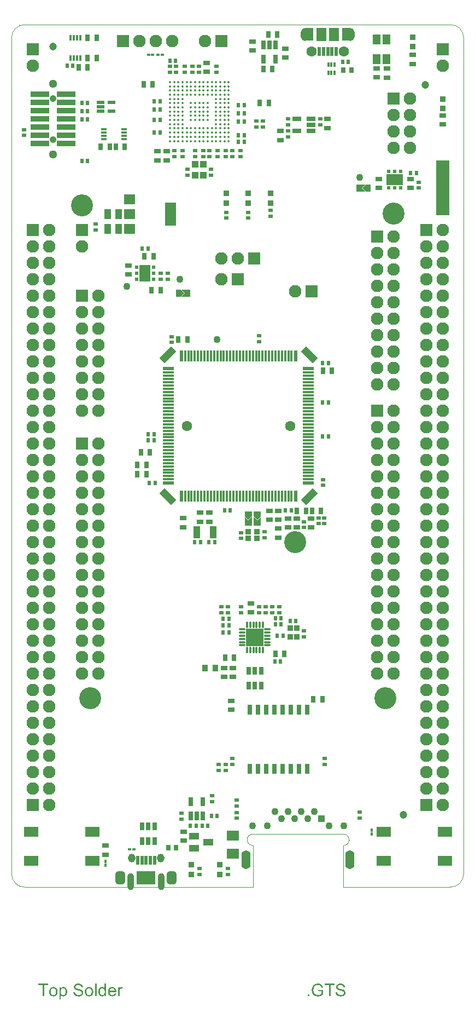
<source format=gts>
G04 Layer_Color=127485*
%FSLAX43Y43*%
%MOMM*%
G71*
G01*
G75*
%ADD83C,0.100*%
%ADD84C,0.100*%
%ADD107R,2.000X8.500*%
%ADD108R,0.740X1.650*%
%ADD109C,1.100*%
%ADD110R,2.260X1.620*%
%ADD111R,1.400X0.700*%
%ADD112R,1.750X1.600*%
%ADD113R,1.750X3.600*%
%ADD114R,0.740X1.100*%
%ADD115R,0.800X0.610*%
%ADD116R,1.100X1.100*%
%ADD117R,1.500X1.100*%
%ADD118R,0.700X1.400*%
%ADD119C,1.200*%
%ADD120R,0.900X0.900*%
%ADD121R,0.900X0.900*%
%ADD122R,0.900X1.050*%
%ADD123R,0.400X0.900*%
G04:AMPARAMS|DCode=124|XSize=0.4mm|YSize=0.95mm|CornerRadius=0.125mm|HoleSize=0mm|Usage=FLASHONLY|Rotation=180.000|XOffset=0mm|YOffset=0mm|HoleType=Round|Shape=RoundedRectangle|*
%AMROUNDEDRECTD124*
21,1,0.400,0.700,0,0,180.0*
21,1,0.150,0.950,0,0,180.0*
1,1,0.250,-0.075,0.350*
1,1,0.250,0.075,0.350*
1,1,0.250,0.075,-0.350*
1,1,0.250,-0.075,-0.350*
%
%ADD124ROUNDEDRECTD124*%
%ADD125R,2.700X2.700*%
G04:AMPARAMS|DCode=126|XSize=0.4mm|YSize=0.95mm|CornerRadius=0.125mm|HoleSize=0mm|Usage=FLASHONLY|Rotation=270.000|XOffset=0mm|YOffset=0mm|HoleType=Round|Shape=RoundedRectangle|*
%AMROUNDEDRECTD126*
21,1,0.400,0.700,0,0,270.0*
21,1,0.150,0.950,0,0,270.0*
1,1,0.250,-0.350,-0.075*
1,1,0.250,-0.350,0.075*
1,1,0.250,0.350,0.075*
1,1,0.250,0.350,-0.075*
%
%ADD126ROUNDEDRECTD126*%
%ADD127C,0.350*%
G04:AMPARAMS|DCode=128|XSize=1.1mm|YSize=2.6mm|CornerRadius=0mm|HoleSize=0mm|Usage=FLASHONLY|Rotation=315.000|XOffset=0mm|YOffset=0mm|HoleType=Round|Shape=Rectangle|*
%AMROTATEDRECTD128*
4,1,4,-1.308,-0.530,0.530,1.308,1.308,0.530,-0.530,-1.308,-1.308,-0.530,0.0*
%
%ADD128ROTATEDRECTD128*%

G04:AMPARAMS|DCode=129|XSize=1.1mm|YSize=2.6mm|CornerRadius=0mm|HoleSize=0mm|Usage=FLASHONLY|Rotation=225.000|XOffset=0mm|YOffset=0mm|HoleType=Round|Shape=Rectangle|*
%AMROTATEDRECTD129*
4,1,4,-0.530,1.308,1.308,-0.530,0.530,-1.308,-1.308,0.530,-0.530,1.308,0.0*
%
%ADD129ROTATEDRECTD129*%

%ADD130R,0.400X1.750*%
%ADD131R,0.600X1.750*%
%ADD132R,1.750X0.600*%
%ADD133R,1.750X0.400*%
%ADD134R,1.800X2.600*%
%ADD135R,0.600X0.550*%
%ADD136R,0.525X0.430*%
%ADD137R,0.700X1.300*%
%ADD138R,0.350X0.700*%
%ADD139R,0.650X0.900*%
%ADD140R,1.100X1.900*%
%ADD141R,0.950X0.850*%
%ADD142R,1.600X2.000*%
%ADD143R,0.500X1.450*%
%ADD144R,0.500X1.450*%
%ADD145R,3.000X2.000*%
%ADD146R,2.890X0.840*%
%ADD147R,1.880X1.500*%
%ADD148R,1.000X1.500*%
%ADD149R,0.740X0.990*%
%ADD150R,0.660X0.610*%
%ADD151R,0.990X0.740*%
%ADD152R,0.610X0.660*%
%ADD153R,0.610X0.800*%
%ADD154R,1.100X0.740*%
%ADD155R,2.600X1.800*%
%ADD156R,0.550X0.600*%
%ADD157R,1.300X0.500*%
%ADD158R,0.900X0.400*%
%ADD159R,0.430X0.525*%
%ADD160R,0.850X0.950*%
%ADD161R,1.200X1.600*%
%ADD162C,1.600*%
%ADD163O,1.300X2.000*%
%ADD164O,1.150X1.350*%
%ADD165O,1.050X2.625*%
G04:AMPARAMS|DCode=166|XSize=2mm|YSize=1.475mm|CornerRadius=0.394mm|HoleSize=0mm|Usage=FLASHONLY|Rotation=90.000|XOffset=0mm|YOffset=0mm|HoleType=Round|Shape=RoundedRectangle|*
%AMROUNDEDRECTD166*
21,1,2.000,0.688,0,0,90.0*
21,1,1.212,1.475,0,0,90.0*
1,1,0.787,0.344,0.606*
1,1,0.787,0.344,-0.606*
1,1,0.787,-0.344,-0.606*
1,1,0.787,-0.344,0.606*
%
%ADD166ROUNDEDRECTD166*%
%ADD167C,1.070*%
%ADD168C,1.290*%
%ADD169R,1.950X1.950*%
%ADD170C,1.950*%
%ADD171R,1.950X1.950*%
%ADD172O,1.400X2.900*%
%ADD173R,1.100X1.100*%
%ADD174C,3.403*%
G36*
X5665Y-15174D02*
X5032D01*
Y-16867D01*
X4776D01*
Y-15174D01*
X4143D01*
Y-14946D01*
X5665D01*
Y-15174D01*
D02*
G37*
G36*
X15623Y-15446D02*
X15645Y-15448D01*
X15673Y-15454D01*
X15703Y-15459D01*
X15739Y-15468D01*
X15773Y-15476D01*
X15812Y-15490D01*
X15848Y-15504D01*
X15887Y-15523D01*
X15925Y-15546D01*
X15964Y-15571D01*
X16000Y-15601D01*
X16034Y-15634D01*
X16037Y-15637D01*
X16042Y-15643D01*
X16050Y-15654D01*
X16062Y-15670D01*
X16075Y-15690D01*
X16089Y-15712D01*
X16106Y-15740D01*
X16123Y-15773D01*
X16139Y-15809D01*
X16156Y-15848D01*
X16170Y-15893D01*
X16184Y-15940D01*
X16195Y-15993D01*
X16203Y-16048D01*
X16209Y-16106D01*
X16211Y-16170D01*
Y-16173D01*
Y-16184D01*
Y-16203D01*
X16209Y-16231D01*
X15168D01*
Y-16234D01*
Y-16242D01*
X15170Y-16253D01*
Y-16270D01*
X15173Y-16290D01*
X15179Y-16312D01*
X15187Y-16362D01*
X15204Y-16417D01*
X15226Y-16478D01*
X15256Y-16534D01*
X15295Y-16584D01*
X15298D01*
X15301Y-16589D01*
X15318Y-16603D01*
X15342Y-16623D01*
X15376Y-16642D01*
X15420Y-16664D01*
X15470Y-16684D01*
X15526Y-16698D01*
X15556Y-16700D01*
X15590Y-16703D01*
X15612D01*
X15637Y-16700D01*
X15667Y-16695D01*
X15701Y-16687D01*
X15739Y-16675D01*
X15776Y-16659D01*
X15812Y-16637D01*
X15814Y-16634D01*
X15828Y-16623D01*
X15845Y-16606D01*
X15864Y-16584D01*
X15887Y-16553D01*
X15912Y-16514D01*
X15937Y-16470D01*
X15959Y-16417D01*
X16203Y-16448D01*
Y-16451D01*
X16200Y-16456D01*
X16198Y-16467D01*
X16192Y-16484D01*
X16184Y-16501D01*
X16175Y-16523D01*
X16153Y-16570D01*
X16125Y-16623D01*
X16087Y-16678D01*
X16042Y-16731D01*
X15987Y-16781D01*
X15984D01*
X15978Y-16786D01*
X15970Y-16792D01*
X15959Y-16800D01*
X15942Y-16809D01*
X15925Y-16817D01*
X15903Y-16828D01*
X15878Y-16839D01*
X15851Y-16850D01*
X15823Y-16861D01*
X15753Y-16878D01*
X15676Y-16892D01*
X15590Y-16898D01*
X15559D01*
X15540Y-16895D01*
X15515Y-16892D01*
X15484Y-16886D01*
X15451Y-16881D01*
X15415Y-16875D01*
X15337Y-16853D01*
X15295Y-16836D01*
X15256Y-16820D01*
X15215Y-16798D01*
X15176Y-16773D01*
X15140Y-16745D01*
X15104Y-16712D01*
X15101Y-16709D01*
X15095Y-16703D01*
X15087Y-16692D01*
X15076Y-16675D01*
X15062Y-16656D01*
X15048Y-16634D01*
X15032Y-16606D01*
X15015Y-16576D01*
X14998Y-16539D01*
X14982Y-16501D01*
X14968Y-16456D01*
X14954Y-16409D01*
X14943Y-16359D01*
X14934Y-16303D01*
X14929Y-16245D01*
X14926Y-16184D01*
Y-16181D01*
Y-16167D01*
Y-16151D01*
X14929Y-16126D01*
X14932Y-16095D01*
X14934Y-16062D01*
X14940Y-16023D01*
X14948Y-15984D01*
X14970Y-15895D01*
X14984Y-15851D01*
X15001Y-15804D01*
X15023Y-15759D01*
X15048Y-15718D01*
X15076Y-15676D01*
X15107Y-15637D01*
X15109Y-15634D01*
X15115Y-15629D01*
X15126Y-15620D01*
X15140Y-15607D01*
X15156Y-15593D01*
X15179Y-15576D01*
X15204Y-15557D01*
X15234Y-15540D01*
X15265Y-15521D01*
X15301Y-15504D01*
X15340Y-15487D01*
X15381Y-15473D01*
X15426Y-15459D01*
X15473Y-15451D01*
X15523Y-15446D01*
X15576Y-15443D01*
X15603D01*
X15623Y-15446D01*
D02*
G37*
G36*
X13146Y-16867D02*
X12911D01*
Y-14946D01*
X13146D01*
Y-16867D01*
D02*
G37*
G36*
X8052Y-15446D02*
X8072Y-15448D01*
X8113Y-15454D01*
X8163Y-15465D01*
X8216Y-15482D01*
X8269Y-15507D01*
X8321Y-15537D01*
X8324D01*
X8327Y-15543D01*
X8344Y-15554D01*
X8369Y-15576D01*
X8399Y-15604D01*
X8432Y-15640D01*
X8466Y-15684D01*
X8499Y-15737D01*
X8527Y-15795D01*
Y-15798D01*
X8530Y-15804D01*
X8532Y-15812D01*
X8538Y-15823D01*
X8544Y-15840D01*
X8549Y-15859D01*
X8563Y-15904D01*
X8577Y-15959D01*
X8588Y-16020D01*
X8596Y-16090D01*
X8599Y-16162D01*
Y-16165D01*
Y-16170D01*
Y-16181D01*
Y-16198D01*
X8596Y-16217D01*
Y-16240D01*
X8591Y-16290D01*
X8580Y-16351D01*
X8566Y-16414D01*
X8546Y-16481D01*
X8521Y-16548D01*
Y-16551D01*
X8519Y-16556D01*
X8513Y-16564D01*
X8507Y-16576D01*
X8488Y-16606D01*
X8463Y-16645D01*
X8432Y-16687D01*
X8394Y-16728D01*
X8349Y-16770D01*
X8296Y-16809D01*
X8294D01*
X8291Y-16811D01*
X8283Y-16817D01*
X8271Y-16823D01*
X8244Y-16836D01*
X8205Y-16853D01*
X8158Y-16870D01*
X8108Y-16884D01*
X8049Y-16895D01*
X7991Y-16898D01*
X7972D01*
X7949Y-16895D01*
X7922Y-16892D01*
X7888Y-16886D01*
X7852Y-16878D01*
X7816Y-16867D01*
X7780Y-16850D01*
X7777Y-16848D01*
X7763Y-16842D01*
X7747Y-16831D01*
X7725Y-16814D01*
X7702Y-16798D01*
X7675Y-16775D01*
X7650Y-16750D01*
X7627Y-16723D01*
Y-17400D01*
X7391D01*
Y-15473D01*
X7605D01*
Y-15657D01*
X7608Y-15651D01*
X7619Y-15640D01*
X7633Y-15620D01*
X7655Y-15598D01*
X7680Y-15571D01*
X7708Y-15546D01*
X7741Y-15521D01*
X7775Y-15498D01*
X7780Y-15496D01*
X7791Y-15490D01*
X7813Y-15482D01*
X7841Y-15471D01*
X7874Y-15459D01*
X7913Y-15451D01*
X7958Y-15446D01*
X8008Y-15443D01*
X8038D01*
X8052Y-15446D01*
D02*
G37*
G36*
X17055D02*
X17086Y-15451D01*
X17122Y-15462D01*
X17161Y-15476D01*
X17205Y-15496D01*
X17253Y-15521D01*
X17166Y-15737D01*
X17164Y-15734D01*
X17153Y-15729D01*
X17136Y-15720D01*
X17114Y-15712D01*
X17089Y-15704D01*
X17058Y-15695D01*
X17028Y-15690D01*
X16997Y-15687D01*
X16983D01*
X16969Y-15690D01*
X16950Y-15693D01*
X16930Y-15698D01*
X16906Y-15707D01*
X16881Y-15718D01*
X16858Y-15734D01*
X16856Y-15737D01*
X16847Y-15743D01*
X16839Y-15754D01*
X16825Y-15768D01*
X16811Y-15787D01*
X16797Y-15809D01*
X16783Y-15834D01*
X16772Y-15865D01*
X16769Y-15870D01*
X16767Y-15887D01*
X16761Y-15912D01*
X16753Y-15945D01*
X16744Y-15987D01*
X16739Y-16034D01*
X16736Y-16084D01*
X16733Y-16140D01*
Y-16867D01*
X16497D01*
Y-15473D01*
X16711D01*
Y-15684D01*
X16714Y-15682D01*
X16725Y-15662D01*
X16739Y-15637D01*
X16761Y-15607D01*
X16783Y-15576D01*
X16808Y-15543D01*
X16833Y-15515D01*
X16858Y-15493D01*
X16861Y-15490D01*
X16869Y-15484D01*
X16886Y-15476D01*
X16903Y-15468D01*
X16925Y-15459D01*
X16953Y-15451D01*
X16980Y-15446D01*
X17011Y-15443D01*
X17030D01*
X17055Y-15446D01*
D02*
G37*
G36*
X12033D02*
X12058Y-15448D01*
X12086Y-15454D01*
X12117Y-15459D01*
X12153Y-15465D01*
X12228Y-15490D01*
X12266Y-15504D01*
X12305Y-15523D01*
X12344Y-15543D01*
X12383Y-15571D01*
X12419Y-15598D01*
X12455Y-15632D01*
X12458Y-15634D01*
X12464Y-15640D01*
X12472Y-15651D01*
X12483Y-15665D01*
X12497Y-15684D01*
X12514Y-15709D01*
X12530Y-15737D01*
X12547Y-15768D01*
X12563Y-15801D01*
X12580Y-15843D01*
X12597Y-15884D01*
X12611Y-15931D01*
X12622Y-15981D01*
X12630Y-16034D01*
X12636Y-16090D01*
X12638Y-16151D01*
Y-16154D01*
Y-16162D01*
Y-16176D01*
Y-16195D01*
X12636Y-16217D01*
X12633Y-16245D01*
Y-16273D01*
X12627Y-16303D01*
X12619Y-16373D01*
X12602Y-16442D01*
X12583Y-16512D01*
X12555Y-16576D01*
Y-16578D01*
X12552Y-16581D01*
X12547Y-16589D01*
X12541Y-16600D01*
X12522Y-16628D01*
X12497Y-16662D01*
X12464Y-16700D01*
X12422Y-16739D01*
X12375Y-16778D01*
X12319Y-16814D01*
X12316D01*
X12314Y-16817D01*
X12305Y-16823D01*
X12291Y-16828D01*
X12278Y-16834D01*
X12261Y-16839D01*
X12219Y-16856D01*
X12172Y-16870D01*
X12114Y-16884D01*
X12053Y-16895D01*
X11986Y-16898D01*
X11958D01*
X11936Y-16895D01*
X11911Y-16892D01*
X11883Y-16886D01*
X11850Y-16881D01*
X11817Y-16875D01*
X11742Y-16853D01*
X11700Y-16836D01*
X11661Y-16820D01*
X11622Y-16798D01*
X11583Y-16773D01*
X11547Y-16745D01*
X11511Y-16712D01*
X11509Y-16709D01*
X11503Y-16703D01*
X11495Y-16692D01*
X11484Y-16675D01*
X11470Y-16656D01*
X11456Y-16634D01*
X11439Y-16606D01*
X11422Y-16573D01*
X11406Y-16537D01*
X11389Y-16495D01*
X11375Y-16451D01*
X11361Y-16403D01*
X11350Y-16351D01*
X11342Y-16295D01*
X11336Y-16234D01*
X11334Y-16170D01*
Y-16165D01*
Y-16154D01*
X11336Y-16134D01*
Y-16106D01*
X11339Y-16076D01*
X11345Y-16037D01*
X11350Y-15998D01*
X11361Y-15954D01*
X11372Y-15909D01*
X11386Y-15862D01*
X11403Y-15812D01*
X11425Y-15765D01*
X11447Y-15720D01*
X11478Y-15676D01*
X11509Y-15634D01*
X11547Y-15598D01*
X11550Y-15595D01*
X11556Y-15593D01*
X11567Y-15584D01*
X11581Y-15573D01*
X11597Y-15562D01*
X11620Y-15548D01*
X11642Y-15534D01*
X11670Y-15521D01*
X11700Y-15507D01*
X11733Y-15493D01*
X11808Y-15468D01*
X11894Y-15448D01*
X11939Y-15446D01*
X11986Y-15443D01*
X12014D01*
X12033Y-15446D01*
D02*
G37*
G36*
X50013Y-15174D02*
X49380D01*
Y-16867D01*
X49125D01*
Y-15174D01*
X48492D01*
Y-14946D01*
X50013D01*
Y-15174D01*
D02*
G37*
G36*
X46107Y-16867D02*
X45838D01*
Y-16598D01*
X46107D01*
Y-16867D01*
D02*
G37*
G36*
X47495Y-14915D02*
X47518D01*
X47570Y-14921D01*
X47629Y-14929D01*
X47690Y-14943D01*
X47756Y-14960D01*
X47820Y-14982D01*
X47823D01*
X47829Y-14985D01*
X47837Y-14988D01*
X47848Y-14993D01*
X47879Y-15010D01*
X47917Y-15029D01*
X47959Y-15057D01*
X48003Y-15090D01*
X48045Y-15126D01*
X48084Y-15171D01*
X48090Y-15176D01*
X48101Y-15193D01*
X48117Y-15218D01*
X48139Y-15254D01*
X48162Y-15298D01*
X48187Y-15354D01*
X48212Y-15415D01*
X48231Y-15484D01*
X48001Y-15546D01*
Y-15543D01*
X47998Y-15540D01*
X47995Y-15532D01*
X47992Y-15521D01*
X47984Y-15496D01*
X47973Y-15462D01*
X47956Y-15423D01*
X47937Y-15387D01*
X47917Y-15348D01*
X47892Y-15315D01*
X47890Y-15312D01*
X47881Y-15301D01*
X47865Y-15287D01*
X47845Y-15268D01*
X47820Y-15246D01*
X47787Y-15223D01*
X47751Y-15201D01*
X47709Y-15182D01*
X47704Y-15179D01*
X47690Y-15174D01*
X47665Y-15165D01*
X47631Y-15154D01*
X47593Y-15146D01*
X47548Y-15137D01*
X47498Y-15132D01*
X47445Y-15129D01*
X47415D01*
X47401Y-15132D01*
X47384D01*
X47343Y-15135D01*
X47296Y-15143D01*
X47243Y-15151D01*
X47193Y-15165D01*
X47143Y-15185D01*
X47137Y-15187D01*
X47121Y-15193D01*
X47098Y-15207D01*
X47071Y-15221D01*
X47037Y-15243D01*
X47001Y-15265D01*
X46968Y-15293D01*
X46937Y-15323D01*
X46935Y-15326D01*
X46924Y-15337D01*
X46910Y-15357D01*
X46893Y-15379D01*
X46874Y-15407D01*
X46854Y-15440D01*
X46835Y-15476D01*
X46815Y-15515D01*
Y-15518D01*
X46812Y-15523D01*
X46810Y-15532D01*
X46804Y-15546D01*
X46799Y-15562D01*
X46793Y-15582D01*
X46785Y-15604D01*
X46779Y-15629D01*
X46765Y-15687D01*
X46754Y-15754D01*
X46746Y-15823D01*
X46743Y-15901D01*
Y-15904D01*
Y-15912D01*
Y-15926D01*
X46746Y-15943D01*
Y-15965D01*
X46749Y-15993D01*
X46751Y-16020D01*
X46754Y-16051D01*
X46765Y-16120D01*
X46779Y-16192D01*
X46801Y-16265D01*
X46829Y-16334D01*
Y-16337D01*
X46835Y-16342D01*
X46837Y-16351D01*
X46846Y-16362D01*
X46865Y-16392D01*
X46896Y-16431D01*
X46932Y-16473D01*
X46976Y-16514D01*
X47029Y-16553D01*
X47087Y-16589D01*
X47090D01*
X47096Y-16592D01*
X47104Y-16598D01*
X47118Y-16603D01*
X47132Y-16609D01*
X47151Y-16614D01*
X47196Y-16631D01*
X47251Y-16645D01*
X47312Y-16659D01*
X47379Y-16670D01*
X47448Y-16673D01*
X47476D01*
X47493Y-16670D01*
X47509D01*
X47551Y-16664D01*
X47601Y-16659D01*
X47654Y-16648D01*
X47712Y-16631D01*
X47770Y-16612D01*
X47773D01*
X47779Y-16609D01*
X47784Y-16606D01*
X47795Y-16600D01*
X47826Y-16587D01*
X47859Y-16570D01*
X47898Y-16551D01*
X47940Y-16528D01*
X47978Y-16503D01*
X48012Y-16476D01*
Y-16115D01*
X47445D01*
Y-15887D01*
X48262D01*
Y-16600D01*
X48259Y-16603D01*
X48253Y-16606D01*
X48242Y-16614D01*
X48228Y-16625D01*
X48212Y-16637D01*
X48192Y-16650D01*
X48167Y-16667D01*
X48142Y-16684D01*
X48084Y-16720D01*
X48017Y-16759D01*
X47948Y-16795D01*
X47873Y-16825D01*
X47870D01*
X47865Y-16828D01*
X47854Y-16831D01*
X47840Y-16836D01*
X47820Y-16842D01*
X47798Y-16850D01*
X47773Y-16856D01*
X47748Y-16861D01*
X47687Y-16875D01*
X47618Y-16889D01*
X47543Y-16898D01*
X47465Y-16900D01*
X47437D01*
X47418Y-16898D01*
X47393D01*
X47362Y-16895D01*
X47329Y-16889D01*
X47293Y-16886D01*
X47212Y-16870D01*
X47126Y-16850D01*
X47037Y-16820D01*
X46993Y-16803D01*
X46948Y-16781D01*
X46946Y-16778D01*
X46937Y-16775D01*
X46926Y-16767D01*
X46910Y-16759D01*
X46890Y-16745D01*
X46871Y-16731D01*
X46818Y-16692D01*
X46762Y-16642D01*
X46704Y-16581D01*
X46649Y-16512D01*
X46599Y-16431D01*
Y-16428D01*
X46593Y-16420D01*
X46588Y-16409D01*
X46579Y-16389D01*
X46571Y-16370D01*
X46563Y-16342D01*
X46551Y-16315D01*
X46540Y-16281D01*
X46529Y-16245D01*
X46518Y-16203D01*
X46510Y-16162D01*
X46502Y-16117D01*
X46488Y-16020D01*
X46482Y-15918D01*
Y-15915D01*
Y-15904D01*
Y-15890D01*
X46485Y-15870D01*
Y-15845D01*
X46488Y-15815D01*
X46493Y-15784D01*
X46496Y-15748D01*
X46504Y-15709D01*
X46510Y-15668D01*
X46532Y-15579D01*
X46560Y-15487D01*
X46599Y-15396D01*
X46601Y-15393D01*
X46604Y-15384D01*
X46610Y-15373D01*
X46621Y-15357D01*
X46632Y-15335D01*
X46646Y-15312D01*
X46685Y-15260D01*
X46732Y-15198D01*
X46790Y-15140D01*
X46857Y-15082D01*
X46896Y-15057D01*
X46935Y-15032D01*
X46937Y-15029D01*
X46946Y-15026D01*
X46957Y-15021D01*
X46973Y-15012D01*
X46996Y-15004D01*
X47021Y-14993D01*
X47048Y-14982D01*
X47082Y-14971D01*
X47118Y-14960D01*
X47157Y-14951D01*
X47198Y-14940D01*
X47243Y-14932D01*
X47340Y-14918D01*
X47390Y-14913D01*
X47479D01*
X47495Y-14915D01*
D02*
G37*
G36*
X6509Y-15446D02*
X6534Y-15448D01*
X6561Y-15454D01*
X6592Y-15459D01*
X6628Y-15465D01*
X6703Y-15490D01*
X6742Y-15504D01*
X6781Y-15523D01*
X6819Y-15543D01*
X6858Y-15571D01*
X6894Y-15598D01*
X6931Y-15632D01*
X6933Y-15634D01*
X6939Y-15640D01*
X6947Y-15651D01*
X6958Y-15665D01*
X6972Y-15684D01*
X6989Y-15709D01*
X7005Y-15737D01*
X7022Y-15768D01*
X7039Y-15801D01*
X7055Y-15843D01*
X7072Y-15884D01*
X7086Y-15931D01*
X7097Y-15981D01*
X7105Y-16034D01*
X7111Y-16090D01*
X7114Y-16151D01*
Y-16154D01*
Y-16162D01*
Y-16176D01*
Y-16195D01*
X7111Y-16217D01*
X7108Y-16245D01*
Y-16273D01*
X7103Y-16303D01*
X7094Y-16373D01*
X7078Y-16442D01*
X7058Y-16512D01*
X7030Y-16576D01*
Y-16578D01*
X7028Y-16581D01*
X7022Y-16589D01*
X7017Y-16600D01*
X6997Y-16628D01*
X6972Y-16662D01*
X6939Y-16700D01*
X6897Y-16739D01*
X6850Y-16778D01*
X6795Y-16814D01*
X6792D01*
X6789Y-16817D01*
X6781Y-16823D01*
X6767Y-16828D01*
X6753Y-16834D01*
X6736Y-16839D01*
X6695Y-16856D01*
X6647Y-16870D01*
X6589Y-16884D01*
X6528Y-16895D01*
X6461Y-16898D01*
X6434D01*
X6411Y-16895D01*
X6386Y-16892D01*
X6359Y-16886D01*
X6325Y-16881D01*
X6292Y-16875D01*
X6217Y-16853D01*
X6175Y-16836D01*
X6137Y-16820D01*
X6098Y-16798D01*
X6059Y-16773D01*
X6023Y-16745D01*
X5987Y-16712D01*
X5984Y-16709D01*
X5978Y-16703D01*
X5970Y-16692D01*
X5959Y-16675D01*
X5945Y-16656D01*
X5931Y-16634D01*
X5914Y-16606D01*
X5898Y-16573D01*
X5881Y-16537D01*
X5864Y-16495D01*
X5851Y-16451D01*
X5837Y-16403D01*
X5826Y-16351D01*
X5817Y-16295D01*
X5812Y-16234D01*
X5809Y-16170D01*
Y-16165D01*
Y-16154D01*
X5812Y-16134D01*
Y-16106D01*
X5814Y-16076D01*
X5820Y-16037D01*
X5826Y-15998D01*
X5837Y-15954D01*
X5848Y-15909D01*
X5862Y-15862D01*
X5878Y-15812D01*
X5901Y-15765D01*
X5923Y-15720D01*
X5953Y-15676D01*
X5984Y-15634D01*
X6023Y-15598D01*
X6025Y-15595D01*
X6031Y-15593D01*
X6042Y-15584D01*
X6056Y-15573D01*
X6073Y-15562D01*
X6095Y-15548D01*
X6117Y-15534D01*
X6145Y-15521D01*
X6175Y-15507D01*
X6209Y-15493D01*
X6284Y-15468D01*
X6370Y-15448D01*
X6414Y-15446D01*
X6461Y-15443D01*
X6489D01*
X6509Y-15446D01*
D02*
G37*
G36*
X50993Y-14915D02*
X51013D01*
X51066Y-14921D01*
X51124Y-14929D01*
X51185Y-14943D01*
X51252Y-14960D01*
X51313Y-14982D01*
X51315D01*
X51321Y-14985D01*
X51329Y-14990D01*
X51340Y-14996D01*
X51368Y-15010D01*
X51404Y-15035D01*
X51446Y-15062D01*
X51488Y-15099D01*
X51526Y-15140D01*
X51563Y-15187D01*
Y-15190D01*
X51565Y-15193D01*
X51571Y-15201D01*
X51576Y-15210D01*
X51590Y-15237D01*
X51607Y-15273D01*
X51626Y-15318D01*
X51640Y-15371D01*
X51654Y-15426D01*
X51660Y-15487D01*
X51415Y-15507D01*
Y-15504D01*
Y-15498D01*
X51413Y-15490D01*
X51410Y-15476D01*
X51402Y-15446D01*
X51390Y-15404D01*
X51374Y-15360D01*
X51349Y-15315D01*
X51318Y-15273D01*
X51279Y-15235D01*
X51274Y-15232D01*
X51260Y-15221D01*
X51232Y-15204D01*
X51196Y-15187D01*
X51149Y-15171D01*
X51093Y-15154D01*
X51024Y-15143D01*
X50946Y-15140D01*
X50907D01*
X50891Y-15143D01*
X50869Y-15146D01*
X50819Y-15151D01*
X50763Y-15162D01*
X50707Y-15176D01*
X50655Y-15198D01*
X50633Y-15212D01*
X50610Y-15226D01*
X50605Y-15229D01*
X50594Y-15240D01*
X50577Y-15260D01*
X50560Y-15282D01*
X50541Y-15312D01*
X50524Y-15346D01*
X50513Y-15384D01*
X50508Y-15429D01*
Y-15434D01*
Y-15446D01*
X50510Y-15465D01*
X50516Y-15487D01*
X50524Y-15515D01*
X50538Y-15543D01*
X50555Y-15571D01*
X50580Y-15598D01*
X50583Y-15601D01*
X50596Y-15609D01*
X50608Y-15618D01*
X50619Y-15623D01*
X50635Y-15632D01*
X50655Y-15643D01*
X50680Y-15651D01*
X50707Y-15662D01*
X50738Y-15673D01*
X50774Y-15687D01*
X50813Y-15698D01*
X50857Y-15712D01*
X50907Y-15723D01*
X50963Y-15737D01*
X50966D01*
X50977Y-15740D01*
X50993Y-15743D01*
X51013Y-15748D01*
X51038Y-15754D01*
X51068Y-15762D01*
X51099Y-15770D01*
X51132Y-15779D01*
X51204Y-15798D01*
X51274Y-15818D01*
X51307Y-15829D01*
X51338Y-15840D01*
X51365Y-15848D01*
X51388Y-15859D01*
X51390D01*
X51396Y-15862D01*
X51404Y-15868D01*
X51415Y-15873D01*
X51446Y-15890D01*
X51482Y-15912D01*
X51524Y-15943D01*
X51565Y-15976D01*
X51604Y-16015D01*
X51638Y-16056D01*
X51640Y-16062D01*
X51651Y-16076D01*
X51663Y-16101D01*
X51679Y-16134D01*
X51693Y-16173D01*
X51707Y-16220D01*
X51715Y-16273D01*
X51718Y-16328D01*
Y-16331D01*
Y-16334D01*
Y-16342D01*
Y-16353D01*
X51712Y-16384D01*
X51707Y-16423D01*
X51696Y-16467D01*
X51682Y-16514D01*
X51660Y-16564D01*
X51629Y-16617D01*
Y-16620D01*
X51626Y-16623D01*
X51613Y-16639D01*
X51593Y-16664D01*
X51565Y-16692D01*
X51529Y-16725D01*
X51485Y-16762D01*
X51435Y-16795D01*
X51377Y-16825D01*
X51374D01*
X51368Y-16828D01*
X51360Y-16831D01*
X51349Y-16836D01*
X51332Y-16842D01*
X51313Y-16850D01*
X51268Y-16861D01*
X51216Y-16875D01*
X51152Y-16889D01*
X51082Y-16898D01*
X51007Y-16900D01*
X50963D01*
X50941Y-16898D01*
X50916D01*
X50888Y-16895D01*
X50855Y-16892D01*
X50785Y-16881D01*
X50713Y-16870D01*
X50641Y-16850D01*
X50571Y-16825D01*
X50569D01*
X50563Y-16823D01*
X50555Y-16817D01*
X50544Y-16811D01*
X50510Y-16795D01*
X50472Y-16770D01*
X50427Y-16737D01*
X50380Y-16698D01*
X50335Y-16650D01*
X50294Y-16598D01*
Y-16595D01*
X50288Y-16589D01*
X50285Y-16581D01*
X50277Y-16570D01*
X50272Y-16556D01*
X50263Y-16539D01*
X50244Y-16498D01*
X50224Y-16445D01*
X50208Y-16387D01*
X50197Y-16320D01*
X50191Y-16251D01*
X50430Y-16228D01*
Y-16231D01*
Y-16234D01*
X50433Y-16242D01*
Y-16253D01*
X50438Y-16278D01*
X50447Y-16315D01*
X50458Y-16351D01*
X50469Y-16392D01*
X50488Y-16431D01*
X50508Y-16467D01*
X50510Y-16470D01*
X50519Y-16481D01*
X50533Y-16501D01*
X50555Y-16520D01*
X50583Y-16545D01*
X50613Y-16570D01*
X50655Y-16595D01*
X50699Y-16617D01*
X50702D01*
X50705Y-16620D01*
X50713Y-16623D01*
X50721Y-16625D01*
X50749Y-16634D01*
X50785Y-16645D01*
X50830Y-16656D01*
X50880Y-16664D01*
X50935Y-16670D01*
X50996Y-16673D01*
X51021D01*
X51049Y-16670D01*
X51082Y-16667D01*
X51121Y-16662D01*
X51166Y-16656D01*
X51210Y-16645D01*
X51252Y-16631D01*
X51257Y-16628D01*
X51271Y-16623D01*
X51290Y-16612D01*
X51315Y-16600D01*
X51340Y-16581D01*
X51368Y-16562D01*
X51396Y-16539D01*
X51418Y-16512D01*
X51421Y-16509D01*
X51427Y-16498D01*
X51435Y-16484D01*
X51446Y-16462D01*
X51457Y-16439D01*
X51465Y-16412D01*
X51471Y-16381D01*
X51474Y-16348D01*
Y-16345D01*
Y-16331D01*
X51471Y-16315D01*
X51468Y-16292D01*
X51460Y-16270D01*
X51452Y-16242D01*
X51438Y-16215D01*
X51418Y-16190D01*
X51415Y-16187D01*
X51407Y-16178D01*
X51396Y-16167D01*
X51377Y-16151D01*
X51354Y-16134D01*
X51324Y-16115D01*
X51288Y-16095D01*
X51246Y-16079D01*
X51243Y-16076D01*
X51229Y-16073D01*
X51207Y-16065D01*
X51193Y-16062D01*
X51174Y-16056D01*
X51154Y-16048D01*
X51129Y-16042D01*
X51102Y-16034D01*
X51068Y-16026D01*
X51035Y-16017D01*
X50996Y-16006D01*
X50952Y-15995D01*
X50905Y-15984D01*
X50902D01*
X50893Y-15981D01*
X50880Y-15979D01*
X50863Y-15973D01*
X50841Y-15968D01*
X50816Y-15962D01*
X50760Y-15945D01*
X50699Y-15926D01*
X50635Y-15906D01*
X50580Y-15887D01*
X50555Y-15876D01*
X50533Y-15865D01*
X50530D01*
X50527Y-15862D01*
X50510Y-15851D01*
X50485Y-15837D01*
X50458Y-15815D01*
X50424Y-15790D01*
X50391Y-15759D01*
X50358Y-15723D01*
X50330Y-15684D01*
X50327Y-15679D01*
X50319Y-15665D01*
X50308Y-15643D01*
X50297Y-15615D01*
X50285Y-15579D01*
X50274Y-15537D01*
X50266Y-15493D01*
X50263Y-15446D01*
Y-15443D01*
Y-15440D01*
Y-15432D01*
Y-15421D01*
X50269Y-15393D01*
X50274Y-15357D01*
X50283Y-15315D01*
X50297Y-15268D01*
X50316Y-15221D01*
X50344Y-15174D01*
Y-15171D01*
X50347Y-15168D01*
X50360Y-15151D01*
X50380Y-15129D01*
X50405Y-15101D01*
X50438Y-15071D01*
X50480Y-15037D01*
X50530Y-15007D01*
X50585Y-14979D01*
X50588D01*
X50594Y-14976D01*
X50602Y-14974D01*
X50613Y-14968D01*
X50627Y-14963D01*
X50646Y-14957D01*
X50688Y-14946D01*
X50741Y-14935D01*
X50802Y-14924D01*
X50866Y-14915D01*
X50938Y-14913D01*
X50974D01*
X50993Y-14915D01*
D02*
G37*
G36*
X14632Y-16867D02*
X14412D01*
Y-16692D01*
X14410Y-16695D01*
X14407Y-16700D01*
X14399Y-16712D01*
X14387Y-16725D01*
X14374Y-16739D01*
X14357Y-16756D01*
X14337Y-16775D01*
X14313Y-16795D01*
X14288Y-16814D01*
X14260Y-16834D01*
X14226Y-16850D01*
X14190Y-16864D01*
X14154Y-16878D01*
X14113Y-16889D01*
X14068Y-16895D01*
X14021Y-16898D01*
X14004D01*
X13993Y-16895D01*
X13960Y-16892D01*
X13921Y-16886D01*
X13874Y-16875D01*
X13821Y-16859D01*
X13768Y-16836D01*
X13716Y-16806D01*
X13713D01*
X13710Y-16800D01*
X13693Y-16789D01*
X13668Y-16767D01*
X13638Y-16739D01*
X13602Y-16703D01*
X13566Y-16659D01*
X13530Y-16609D01*
X13499Y-16551D01*
Y-16548D01*
X13496Y-16542D01*
X13494Y-16534D01*
X13488Y-16523D01*
X13482Y-16506D01*
X13474Y-16487D01*
X13469Y-16467D01*
X13463Y-16442D01*
X13449Y-16387D01*
X13435Y-16323D01*
X13427Y-16251D01*
X13424Y-16173D01*
Y-16170D01*
Y-16165D01*
Y-16154D01*
Y-16137D01*
X13427Y-16120D01*
Y-16098D01*
X13432Y-16048D01*
X13441Y-15990D01*
X13455Y-15926D01*
X13471Y-15859D01*
X13494Y-15795D01*
Y-15793D01*
X13496Y-15787D01*
X13502Y-15779D01*
X13507Y-15768D01*
X13524Y-15737D01*
X13546Y-15698D01*
X13574Y-15657D01*
X13610Y-15615D01*
X13652Y-15571D01*
X13702Y-15534D01*
X13705D01*
X13707Y-15532D01*
X13716Y-15526D01*
X13727Y-15521D01*
X13754Y-15507D01*
X13793Y-15487D01*
X13838Y-15471D01*
X13891Y-15457D01*
X13949Y-15446D01*
X14010Y-15443D01*
X14032D01*
X14054Y-15446D01*
X14085Y-15448D01*
X14121Y-15457D01*
X14160Y-15465D01*
X14199Y-15479D01*
X14235Y-15498D01*
X14240Y-15501D01*
X14251Y-15507D01*
X14268Y-15521D01*
X14290Y-15534D01*
X14318Y-15554D01*
X14343Y-15579D01*
X14371Y-15604D01*
X14396Y-15634D01*
Y-14946D01*
X14632D01*
Y-16867D01*
D02*
G37*
G36*
X26725Y91850D02*
X26175Y91300D01*
X25475D01*
Y92400D01*
X26175D01*
X26725Y91850D01*
D02*
G37*
G36*
X27625Y91300D02*
X26275D01*
X26825Y91850D01*
X26825D01*
X26275Y92400D01*
X27625D01*
Y91300D01*
D02*
G37*
G36*
X37200Y57350D02*
X36650Y56800D01*
X36100Y57350D01*
Y58050D01*
X37200D01*
Y57350D01*
D02*
G37*
G36*
X38600D02*
X38050Y56800D01*
X37500Y57350D01*
Y58050D01*
X38600D01*
Y57350D01*
D02*
G37*
G36*
X46716Y130858D02*
X45466D01*
Y132858D01*
X46716D01*
Y130858D01*
D02*
G37*
G36*
X52466D02*
X51216D01*
Y132858D01*
X52466D01*
Y130858D01*
D02*
G37*
G36*
X54216Y108079D02*
X54216D01*
X54766Y107529D01*
X53416D01*
Y108629D01*
X54766D01*
X54216Y108079D01*
D02*
G37*
G36*
X55566Y107529D02*
X54866D01*
X54316Y108079D01*
X54866Y108629D01*
X55566D01*
Y107529D01*
D02*
G37*
G36*
X37200Y55900D02*
X36100D01*
Y57250D01*
X36650Y56700D01*
Y56700D01*
X37200Y57250D01*
Y55900D01*
D02*
G37*
G36*
X10379Y-14915D02*
X10398D01*
X10451Y-14921D01*
X10509Y-14929D01*
X10570Y-14943D01*
X10637Y-14960D01*
X10698Y-14982D01*
X10701D01*
X10706Y-14985D01*
X10715Y-14990D01*
X10726Y-14996D01*
X10753Y-15010D01*
X10789Y-15035D01*
X10831Y-15062D01*
X10873Y-15099D01*
X10912Y-15140D01*
X10948Y-15187D01*
Y-15190D01*
X10951Y-15193D01*
X10956Y-15201D01*
X10962Y-15210D01*
X10975Y-15237D01*
X10992Y-15273D01*
X11012Y-15318D01*
X11025Y-15371D01*
X11039Y-15426D01*
X11045Y-15487D01*
X10801Y-15507D01*
Y-15504D01*
Y-15498D01*
X10798Y-15490D01*
X10795Y-15476D01*
X10787Y-15446D01*
X10776Y-15404D01*
X10759Y-15360D01*
X10734Y-15315D01*
X10703Y-15273D01*
X10665Y-15235D01*
X10659Y-15232D01*
X10645Y-15221D01*
X10617Y-15204D01*
X10581Y-15187D01*
X10534Y-15171D01*
X10479Y-15154D01*
X10409Y-15143D01*
X10331Y-15140D01*
X10293D01*
X10276Y-15143D01*
X10254Y-15146D01*
X10204Y-15151D01*
X10148Y-15162D01*
X10093Y-15176D01*
X10040Y-15198D01*
X10018Y-15212D01*
X9995Y-15226D01*
X9990Y-15229D01*
X9979Y-15240D01*
X9962Y-15260D01*
X9946Y-15282D01*
X9926Y-15312D01*
X9909Y-15346D01*
X9898Y-15384D01*
X9893Y-15429D01*
Y-15434D01*
Y-15446D01*
X9896Y-15465D01*
X9901Y-15487D01*
X9909Y-15515D01*
X9923Y-15543D01*
X9940Y-15571D01*
X9965Y-15598D01*
X9968Y-15601D01*
X9982Y-15609D01*
X9993Y-15618D01*
X10004Y-15623D01*
X10020Y-15632D01*
X10040Y-15643D01*
X10065Y-15651D01*
X10093Y-15662D01*
X10123Y-15673D01*
X10159Y-15687D01*
X10198Y-15698D01*
X10243Y-15712D01*
X10293Y-15723D01*
X10348Y-15737D01*
X10351D01*
X10362Y-15740D01*
X10379Y-15743D01*
X10398Y-15748D01*
X10423Y-15754D01*
X10454Y-15762D01*
X10484Y-15770D01*
X10517Y-15779D01*
X10590Y-15798D01*
X10659Y-15818D01*
X10692Y-15829D01*
X10723Y-15840D01*
X10751Y-15848D01*
X10773Y-15859D01*
X10776D01*
X10781Y-15862D01*
X10789Y-15868D01*
X10801Y-15873D01*
X10831Y-15890D01*
X10867Y-15912D01*
X10909Y-15943D01*
X10951Y-15976D01*
X10989Y-16015D01*
X11023Y-16056D01*
X11025Y-16062D01*
X11037Y-16076D01*
X11048Y-16101D01*
X11064Y-16134D01*
X11078Y-16173D01*
X11092Y-16220D01*
X11100Y-16273D01*
X11103Y-16328D01*
Y-16331D01*
Y-16334D01*
Y-16342D01*
Y-16353D01*
X11098Y-16384D01*
X11092Y-16423D01*
X11081Y-16467D01*
X11067Y-16514D01*
X11045Y-16564D01*
X11014Y-16617D01*
Y-16620D01*
X11012Y-16623D01*
X10998Y-16639D01*
X10978Y-16664D01*
X10951Y-16692D01*
X10914Y-16725D01*
X10870Y-16762D01*
X10820Y-16795D01*
X10762Y-16825D01*
X10759D01*
X10753Y-16828D01*
X10745Y-16831D01*
X10734Y-16836D01*
X10717Y-16842D01*
X10698Y-16850D01*
X10653Y-16861D01*
X10601Y-16875D01*
X10537Y-16889D01*
X10467Y-16898D01*
X10392Y-16900D01*
X10348D01*
X10326Y-16898D01*
X10301D01*
X10273Y-16895D01*
X10240Y-16892D01*
X10170Y-16881D01*
X10098Y-16870D01*
X10026Y-16850D01*
X9957Y-16825D01*
X9954D01*
X9948Y-16823D01*
X9940Y-16817D01*
X9929Y-16811D01*
X9896Y-16795D01*
X9857Y-16770D01*
X9812Y-16737D01*
X9765Y-16698D01*
X9721Y-16650D01*
X9679Y-16598D01*
Y-16595D01*
X9673Y-16589D01*
X9671Y-16581D01*
X9662Y-16570D01*
X9657Y-16556D01*
X9648Y-16539D01*
X9629Y-16498D01*
X9610Y-16445D01*
X9593Y-16387D01*
X9582Y-16320D01*
X9576Y-16251D01*
X9815Y-16228D01*
Y-16231D01*
Y-16234D01*
X9818Y-16242D01*
Y-16253D01*
X9823Y-16278D01*
X9832Y-16315D01*
X9843Y-16351D01*
X9854Y-16392D01*
X9873Y-16431D01*
X9893Y-16467D01*
X9896Y-16470D01*
X9904Y-16481D01*
X9918Y-16501D01*
X9940Y-16520D01*
X9968Y-16545D01*
X9998Y-16570D01*
X10040Y-16595D01*
X10084Y-16617D01*
X10087D01*
X10090Y-16620D01*
X10098Y-16623D01*
X10107Y-16625D01*
X10134Y-16634D01*
X10170Y-16645D01*
X10215Y-16656D01*
X10265Y-16664D01*
X10320Y-16670D01*
X10381Y-16673D01*
X10406D01*
X10434Y-16670D01*
X10467Y-16667D01*
X10506Y-16662D01*
X10551Y-16656D01*
X10595Y-16645D01*
X10637Y-16631D01*
X10642Y-16628D01*
X10656Y-16623D01*
X10676Y-16612D01*
X10701Y-16600D01*
X10726Y-16581D01*
X10753Y-16562D01*
X10781Y-16539D01*
X10803Y-16512D01*
X10806Y-16509D01*
X10812Y-16498D01*
X10820Y-16484D01*
X10831Y-16462D01*
X10842Y-16439D01*
X10851Y-16412D01*
X10856Y-16381D01*
X10859Y-16348D01*
Y-16345D01*
Y-16331D01*
X10856Y-16315D01*
X10853Y-16292D01*
X10845Y-16270D01*
X10837Y-16242D01*
X10823Y-16215D01*
X10803Y-16190D01*
X10801Y-16187D01*
X10792Y-16178D01*
X10781Y-16167D01*
X10762Y-16151D01*
X10740Y-16134D01*
X10709Y-16115D01*
X10673Y-16095D01*
X10631Y-16079D01*
X10628Y-16076D01*
X10615Y-16073D01*
X10592Y-16065D01*
X10578Y-16062D01*
X10559Y-16056D01*
X10540Y-16048D01*
X10515Y-16042D01*
X10487Y-16034D01*
X10454Y-16026D01*
X10420Y-16017D01*
X10381Y-16006D01*
X10337Y-15995D01*
X10290Y-15984D01*
X10287D01*
X10279Y-15981D01*
X10265Y-15979D01*
X10248Y-15973D01*
X10226Y-15968D01*
X10201Y-15962D01*
X10145Y-15945D01*
X10084Y-15926D01*
X10020Y-15906D01*
X9965Y-15887D01*
X9940Y-15876D01*
X9918Y-15865D01*
X9915D01*
X9912Y-15862D01*
X9896Y-15851D01*
X9871Y-15837D01*
X9843Y-15815D01*
X9809Y-15790D01*
X9776Y-15759D01*
X9743Y-15723D01*
X9715Y-15684D01*
X9712Y-15679D01*
X9704Y-15665D01*
X9693Y-15643D01*
X9682Y-15615D01*
X9671Y-15579D01*
X9660Y-15537D01*
X9651Y-15493D01*
X9648Y-15446D01*
Y-15443D01*
Y-15440D01*
Y-15432D01*
Y-15421D01*
X9654Y-15393D01*
X9660Y-15357D01*
X9668Y-15315D01*
X9682Y-15268D01*
X9701Y-15221D01*
X9729Y-15174D01*
Y-15171D01*
X9732Y-15168D01*
X9746Y-15151D01*
X9765Y-15129D01*
X9790Y-15101D01*
X9823Y-15071D01*
X9865Y-15037D01*
X9915Y-15007D01*
X9970Y-14979D01*
X9973D01*
X9979Y-14976D01*
X9987Y-14974D01*
X9998Y-14968D01*
X10012Y-14963D01*
X10032Y-14957D01*
X10073Y-14946D01*
X10126Y-14935D01*
X10187Y-14924D01*
X10251Y-14915D01*
X10323Y-14913D01*
X10359D01*
X10379Y-14915D01*
D02*
G37*
G36*
X38600Y55900D02*
X37500D01*
Y57250D01*
X38050Y56700D01*
Y56700D01*
X38600Y57250D01*
Y55900D01*
D02*
G37*
%LPC*%
G36*
X15578Y-15637D02*
X15562D01*
X15551Y-15640D01*
X15520Y-15643D01*
X15484Y-15651D01*
X15440Y-15665D01*
X15392Y-15684D01*
X15348Y-15712D01*
X15304Y-15748D01*
X15298Y-15754D01*
X15287Y-15768D01*
X15268Y-15793D01*
X15248Y-15826D01*
X15226Y-15865D01*
X15206Y-15915D01*
X15190Y-15973D01*
X15181Y-16037D01*
X15962D01*
Y-16034D01*
Y-16029D01*
X15959Y-16020D01*
Y-16009D01*
X15953Y-15976D01*
X15945Y-15940D01*
X15931Y-15895D01*
X15917Y-15854D01*
X15895Y-15812D01*
X15870Y-15776D01*
Y-15773D01*
X15864Y-15770D01*
X15851Y-15754D01*
X15826Y-15732D01*
X15792Y-15707D01*
X15751Y-15682D01*
X15701Y-15659D01*
X15642Y-15643D01*
X15612Y-15640D01*
X15578Y-15637D01*
D02*
G37*
G36*
X7986Y-15629D02*
X7972D01*
X7961Y-15632D01*
X7933Y-15637D01*
X7897Y-15645D01*
X7855Y-15662D01*
X7811Y-15687D01*
X7786Y-15704D01*
X7763Y-15723D01*
X7741Y-15745D01*
X7719Y-15770D01*
Y-15773D01*
X7713Y-15776D01*
X7708Y-15784D01*
X7702Y-15795D01*
X7694Y-15812D01*
X7683Y-15829D01*
X7672Y-15851D01*
X7663Y-15873D01*
X7652Y-15901D01*
X7641Y-15931D01*
X7633Y-15965D01*
X7622Y-16001D01*
X7616Y-16042D01*
X7611Y-16084D01*
X7605Y-16129D01*
Y-16178D01*
Y-16181D01*
Y-16190D01*
Y-16203D01*
X7608Y-16223D01*
Y-16245D01*
X7611Y-16270D01*
X7619Y-16328D01*
X7633Y-16395D01*
X7650Y-16459D01*
X7677Y-16523D01*
X7694Y-16551D01*
X7713Y-16576D01*
X7719Y-16581D01*
X7733Y-16595D01*
X7755Y-16617D01*
X7786Y-16639D01*
X7824Y-16662D01*
X7869Y-16684D01*
X7919Y-16698D01*
X7947Y-16700D01*
X7974Y-16703D01*
X7991D01*
X8002Y-16700D01*
X8030Y-16695D01*
X8069Y-16687D01*
X8110Y-16670D01*
X8155Y-16648D01*
X8199Y-16614D01*
X8221Y-16595D01*
X8244Y-16573D01*
Y-16570D01*
X8249Y-16567D01*
X8255Y-16559D01*
X8260Y-16548D01*
X8271Y-16534D01*
X8280Y-16514D01*
X8291Y-16495D01*
X8302Y-16470D01*
X8310Y-16445D01*
X8321Y-16412D01*
X8333Y-16378D01*
X8341Y-16342D01*
X8346Y-16301D01*
X8352Y-16256D01*
X8358Y-16209D01*
Y-16159D01*
Y-16156D01*
Y-16148D01*
Y-16134D01*
X8355Y-16115D01*
Y-16092D01*
X8352Y-16067D01*
X8344Y-16009D01*
X8330Y-15945D01*
X8310Y-15881D01*
X8283Y-15818D01*
X8266Y-15787D01*
X8246Y-15762D01*
Y-15759D01*
X8241Y-15757D01*
X8227Y-15740D01*
X8205Y-15720D01*
X8174Y-15695D01*
X8135Y-15670D01*
X8091Y-15648D01*
X8041Y-15634D01*
X8013Y-15632D01*
X7986Y-15629D01*
D02*
G37*
G36*
X11986Y-15637D02*
X11969D01*
X11955Y-15640D01*
X11925Y-15643D01*
X11883Y-15654D01*
X11836Y-15670D01*
X11786Y-15693D01*
X11739Y-15726D01*
X11714Y-15748D01*
X11692Y-15770D01*
Y-15773D01*
X11686Y-15776D01*
X11681Y-15784D01*
X11672Y-15795D01*
X11664Y-15809D01*
X11656Y-15826D01*
X11645Y-15848D01*
X11633Y-15870D01*
X11622Y-15898D01*
X11611Y-15926D01*
X11603Y-15959D01*
X11595Y-15995D01*
X11586Y-16034D01*
X11581Y-16076D01*
X11578Y-16123D01*
X11575Y-16170D01*
Y-16173D01*
Y-16181D01*
Y-16195D01*
X11578Y-16215D01*
Y-16237D01*
X11581Y-16262D01*
X11589Y-16320D01*
X11603Y-16387D01*
X11625Y-16453D01*
X11653Y-16517D01*
X11672Y-16545D01*
X11692Y-16573D01*
X11695D01*
X11697Y-16578D01*
X11714Y-16592D01*
X11739Y-16614D01*
X11772Y-16637D01*
X11814Y-16662D01*
X11864Y-16684D01*
X11922Y-16698D01*
X11953Y-16700D01*
X11986Y-16703D01*
X12003D01*
X12017Y-16700D01*
X12047Y-16695D01*
X12089Y-16687D01*
X12133Y-16670D01*
X12183Y-16648D01*
X12230Y-16614D01*
X12255Y-16592D01*
X12278Y-16570D01*
X12280Y-16567D01*
X12283Y-16564D01*
X12289Y-16556D01*
X12297Y-16545D01*
X12305Y-16531D01*
X12316Y-16514D01*
X12328Y-16492D01*
X12339Y-16470D01*
X12350Y-16442D01*
X12358Y-16412D01*
X12369Y-16378D01*
X12377Y-16342D01*
X12386Y-16301D01*
X12391Y-16259D01*
X12397Y-16212D01*
Y-16162D01*
Y-16159D01*
Y-16151D01*
Y-16137D01*
X12394Y-16120D01*
Y-16098D01*
X12391Y-16073D01*
X12383Y-16015D01*
X12369Y-15954D01*
X12347Y-15887D01*
X12316Y-15826D01*
X12300Y-15795D01*
X12278Y-15770D01*
Y-15768D01*
X12272Y-15765D01*
X12255Y-15748D01*
X12230Y-15729D01*
X12197Y-15704D01*
X12155Y-15679D01*
X12105Y-15657D01*
X12050Y-15643D01*
X12019Y-15640D01*
X11986Y-15637D01*
D02*
G37*
G36*
X6461D02*
X6445D01*
X6431Y-15640D01*
X6400Y-15643D01*
X6359Y-15654D01*
X6311Y-15670D01*
X6261Y-15693D01*
X6214Y-15726D01*
X6189Y-15748D01*
X6167Y-15770D01*
Y-15773D01*
X6162Y-15776D01*
X6156Y-15784D01*
X6148Y-15795D01*
X6139Y-15809D01*
X6131Y-15826D01*
X6120Y-15848D01*
X6109Y-15870D01*
X6098Y-15898D01*
X6087Y-15926D01*
X6078Y-15959D01*
X6070Y-15995D01*
X6062Y-16034D01*
X6056Y-16076D01*
X6053Y-16123D01*
X6050Y-16170D01*
Y-16173D01*
Y-16181D01*
Y-16195D01*
X6053Y-16215D01*
Y-16237D01*
X6056Y-16262D01*
X6064Y-16320D01*
X6078Y-16387D01*
X6100Y-16453D01*
X6128Y-16517D01*
X6148Y-16545D01*
X6167Y-16573D01*
X6170D01*
X6173Y-16578D01*
X6189Y-16592D01*
X6214Y-16614D01*
X6248Y-16637D01*
X6289Y-16662D01*
X6339Y-16684D01*
X6398Y-16698D01*
X6428Y-16700D01*
X6461Y-16703D01*
X6478D01*
X6492Y-16700D01*
X6522Y-16695D01*
X6564Y-16687D01*
X6609Y-16670D01*
X6658Y-16648D01*
X6706Y-16614D01*
X6731Y-16592D01*
X6753Y-16570D01*
X6756Y-16567D01*
X6758Y-16564D01*
X6764Y-16556D01*
X6772Y-16545D01*
X6781Y-16531D01*
X6792Y-16514D01*
X6803Y-16492D01*
X6814Y-16470D01*
X6825Y-16442D01*
X6833Y-16412D01*
X6844Y-16378D01*
X6853Y-16342D01*
X6861Y-16301D01*
X6867Y-16259D01*
X6872Y-16212D01*
Y-16162D01*
Y-16159D01*
Y-16151D01*
Y-16137D01*
X6869Y-16120D01*
Y-16098D01*
X6867Y-16073D01*
X6858Y-16015D01*
X6844Y-15954D01*
X6822Y-15887D01*
X6792Y-15826D01*
X6775Y-15795D01*
X6753Y-15770D01*
Y-15768D01*
X6747Y-15765D01*
X6731Y-15748D01*
X6706Y-15729D01*
X6672Y-15704D01*
X6631Y-15679D01*
X6581Y-15657D01*
X6525Y-15643D01*
X6495Y-15640D01*
X6461Y-15637D01*
D02*
G37*
G36*
X14035D02*
X14021D01*
X14010Y-15640D01*
X13979Y-15643D01*
X13943Y-15654D01*
X13902Y-15668D01*
X13857Y-15693D01*
X13813Y-15723D01*
X13791Y-15745D01*
X13771Y-15768D01*
Y-15770D01*
X13766Y-15773D01*
X13763Y-15781D01*
X13754Y-15793D01*
X13746Y-15806D01*
X13738Y-15823D01*
X13730Y-15843D01*
X13718Y-15865D01*
X13707Y-15893D01*
X13699Y-15923D01*
X13691Y-15956D01*
X13682Y-15993D01*
X13677Y-16031D01*
X13671Y-16076D01*
X13666Y-16123D01*
Y-16173D01*
Y-16176D01*
Y-16184D01*
Y-16198D01*
X13668Y-16217D01*
Y-16240D01*
X13671Y-16265D01*
X13680Y-16323D01*
X13693Y-16387D01*
X13713Y-16453D01*
X13741Y-16517D01*
X13757Y-16545D01*
X13777Y-16573D01*
X13779D01*
X13782Y-16578D01*
X13796Y-16592D01*
X13821Y-16614D01*
X13852Y-16637D01*
X13891Y-16662D01*
X13938Y-16684D01*
X13988Y-16698D01*
X14015Y-16700D01*
X14043Y-16703D01*
X14057D01*
X14068Y-16700D01*
X14099Y-16698D01*
X14135Y-16687D01*
X14176Y-16673D01*
X14221Y-16650D01*
X14265Y-16620D01*
X14288Y-16600D01*
X14307Y-16578D01*
Y-16576D01*
X14313Y-16573D01*
X14318Y-16564D01*
X14324Y-16553D01*
X14332Y-16539D01*
X14343Y-16526D01*
X14351Y-16503D01*
X14362Y-16481D01*
X14374Y-16456D01*
X14382Y-16428D01*
X14393Y-16395D01*
X14401Y-16362D01*
X14407Y-16323D01*
X14412Y-16284D01*
X14418Y-16240D01*
Y-16192D01*
Y-16190D01*
Y-16178D01*
Y-16165D01*
X14415Y-16145D01*
Y-16123D01*
X14412Y-16095D01*
X14410Y-16065D01*
X14404Y-16031D01*
X14390Y-15965D01*
X14371Y-15895D01*
X14343Y-15829D01*
X14326Y-15801D01*
X14307Y-15773D01*
Y-15770D01*
X14301Y-15768D01*
X14288Y-15751D01*
X14263Y-15729D01*
X14232Y-15704D01*
X14193Y-15679D01*
X14146Y-15659D01*
X14093Y-15643D01*
X14065Y-15640D01*
X14035Y-15637D01*
D02*
G37*
%LPD*%
D83*
X-0Y2000D02*
G03*
X2000Y0I2000J0D01*
G01*
Y133340D02*
G03*
X-0Y131340I0J-2000D01*
G01*
X70000D02*
G03*
X68000Y133340I-2000J0D01*
G01*
Y0D02*
G03*
X70000Y2000I0J2000D01*
G01*
X36469Y7300D02*
G03*
X37369Y6400I900J0D01*
G01*
Y8200D02*
G03*
X36469Y7300I0J-900D01*
G01*
X52269Y7300D02*
G03*
X51369Y8200I-900J0D01*
G01*
X51369Y6400D02*
G03*
X52269Y7300I0J900D01*
G01*
X-0Y2000D02*
Y131340D01*
X70000Y2000D02*
Y131340D01*
X2000Y133340D02*
X68000D01*
X2000Y0D02*
X37369D01*
Y-0D02*
Y6400D01*
Y8200D02*
X51369D01*
X52269Y7300D02*
Y7300D01*
X51369Y-0D02*
Y6400D01*
Y-0D02*
X68000D01*
Y0D01*
D84*
X51369Y6400D02*
D03*
D107*
X66750Y108100D02*
D03*
D108*
X45791Y27434D02*
D03*
X44521D02*
D03*
X43251D02*
D03*
X41981D02*
D03*
X40711D02*
D03*
X39441D02*
D03*
X38171D02*
D03*
X36901D02*
D03*
X45791Y18284D02*
D03*
X44521D02*
D03*
X43251D02*
D03*
X41981D02*
D03*
X40711D02*
D03*
X39441D02*
D03*
X38171D02*
D03*
X36901D02*
D03*
D109*
X17825Y92909D02*
D03*
X53891Y109754D02*
D03*
X26041Y94004D02*
D03*
X31825Y84650D02*
D03*
X37309Y9520D02*
D03*
X39599D02*
D03*
X51429D02*
D03*
X46919Y11700D02*
D03*
X45899Y10600D02*
D03*
X44879Y11700D02*
D03*
X43859Y10600D02*
D03*
X42839Y11700D02*
D03*
X41819Y10600D02*
D03*
X40799Y11700D02*
D03*
X49139Y9520D02*
D03*
D110*
X3017Y8523D02*
D03*
Y4023D02*
D03*
X12517Y8523D02*
D03*
Y4023D02*
D03*
X67153D02*
D03*
Y8523D02*
D03*
X57653Y4023D02*
D03*
Y8523D02*
D03*
D111*
X46391Y116879D02*
D03*
Y117829D02*
D03*
Y118779D02*
D03*
X44191D02*
D03*
Y116879D02*
D03*
D112*
X18266Y106354D02*
D03*
Y104054D02*
D03*
Y101754D02*
D03*
D113*
X24616Y104054D02*
D03*
D114*
X10366Y126779D02*
D03*
X11766D02*
D03*
X40373Y126459D02*
D03*
X38973D02*
D03*
X20025Y67225D02*
D03*
X21425D02*
D03*
X19475Y63850D02*
D03*
X20875D02*
D03*
X19475Y65250D02*
D03*
X20875D02*
D03*
X46525Y58175D02*
D03*
X47925D02*
D03*
X44175D02*
D03*
X45575D02*
D03*
D115*
X24150Y94900D02*
D03*
Y94000D02*
D03*
X36616Y103429D02*
D03*
Y104329D02*
D03*
X33216Y103429D02*
D03*
Y104329D02*
D03*
X40141Y103729D02*
D03*
Y104629D02*
D03*
X38291Y43304D02*
D03*
Y42404D02*
D03*
X41441Y43304D02*
D03*
Y42404D02*
D03*
X32466Y43304D02*
D03*
Y42404D02*
D03*
X39341D02*
D03*
Y43304D02*
D03*
X35566D02*
D03*
Y42404D02*
D03*
X40391D02*
D03*
Y43304D02*
D03*
X34191Y19854D02*
D03*
Y18954D02*
D03*
X48516Y19854D02*
D03*
Y18954D02*
D03*
X32091Y18054D02*
D03*
Y18954D02*
D03*
X33141Y18054D02*
D03*
Y18954D02*
D03*
X33516Y42404D02*
D03*
Y43304D02*
D03*
X53866Y11579D02*
D03*
Y10679D02*
D03*
X34841Y13423D02*
D03*
Y12523D02*
D03*
X34866Y10629D02*
D03*
Y11529D02*
D03*
X63016Y108079D02*
D03*
Y108979D02*
D03*
X28416Y113854D02*
D03*
Y112954D02*
D03*
X30916Y110079D02*
D03*
Y110979D02*
D03*
X38941Y117529D02*
D03*
Y118429D02*
D03*
X37891Y117529D02*
D03*
Y118429D02*
D03*
X33191Y113854D02*
D03*
Y112954D02*
D03*
X25466Y126879D02*
D03*
Y125979D02*
D03*
X12991Y101604D02*
D03*
Y102504D02*
D03*
X29016Y125979D02*
D03*
Y126879D02*
D03*
X1941Y116204D02*
D03*
Y117104D02*
D03*
X26266Y11429D02*
D03*
Y10529D02*
D03*
X29091Y2879D02*
D03*
Y1979D02*
D03*
X33466Y2879D02*
D03*
Y1979D02*
D03*
X31066Y13229D02*
D03*
Y14129D02*
D03*
X23100Y94000D02*
D03*
Y94900D02*
D03*
D116*
X28416Y110079D02*
D03*
Y111729D02*
D03*
X29666D02*
D03*
Y110079D02*
D03*
D117*
X28291Y7904D02*
D03*
Y6004D02*
D03*
X30491Y6954D02*
D03*
D118*
X27741Y13224D02*
D03*
X29641D02*
D03*
Y11024D02*
D03*
X28691D02*
D03*
X27741D02*
D03*
X40866Y128014D02*
D03*
X38966D02*
D03*
Y130214D02*
D03*
X39916D02*
D03*
X40866D02*
D03*
D119*
X6416Y129929D02*
D03*
X60716Y11154D02*
D03*
X64091Y124029D02*
D03*
D120*
X27866Y3479D02*
D03*
X62091Y129929D02*
D03*
Y131429D02*
D03*
X36616Y107247D02*
D03*
X33208D02*
D03*
X32241Y3479D02*
D03*
X40141Y107247D02*
D03*
X66746Y121869D02*
D03*
D121*
X27866Y1979D02*
D03*
X36616Y105747D02*
D03*
X33208D02*
D03*
X32241Y1979D02*
D03*
X40141Y105747D02*
D03*
X66746Y120369D02*
D03*
D122*
X29966Y33854D02*
D03*
X31566D02*
D03*
D123*
X10616Y131279D02*
D03*
X10116D02*
D03*
X9616D02*
D03*
X9116D02*
D03*
Y128179D02*
D03*
X9616D02*
D03*
X10116D02*
D03*
X10616D02*
D03*
D124*
X36941Y36679D02*
D03*
X37441D02*
D03*
X38941D02*
D03*
X38441D02*
D03*
X37941D02*
D03*
X36441D02*
D03*
Y40579D02*
D03*
X36941D02*
D03*
X37441D02*
D03*
X37941D02*
D03*
X38441D02*
D03*
X38941D02*
D03*
D125*
X37691Y38629D02*
D03*
D126*
X35741Y37379D02*
D03*
Y37879D02*
D03*
Y38379D02*
D03*
Y38879D02*
D03*
Y39379D02*
D03*
Y39879D02*
D03*
X39641D02*
D03*
Y39379D02*
D03*
Y38879D02*
D03*
Y38379D02*
D03*
Y37879D02*
D03*
Y37379D02*
D03*
D127*
X33616Y124454D02*
D03*
Y123804D02*
D03*
Y123154D02*
D03*
Y122504D02*
D03*
Y121854D02*
D03*
Y121204D02*
D03*
Y120554D02*
D03*
Y119904D02*
D03*
Y119254D02*
D03*
Y118604D02*
D03*
Y117954D02*
D03*
Y117304D02*
D03*
Y116654D02*
D03*
Y116004D02*
D03*
Y115354D02*
D03*
X32966Y124454D02*
D03*
Y123804D02*
D03*
Y123154D02*
D03*
Y122504D02*
D03*
Y121854D02*
D03*
Y121204D02*
D03*
Y120554D02*
D03*
Y119904D02*
D03*
Y119254D02*
D03*
Y118604D02*
D03*
Y117954D02*
D03*
Y117304D02*
D03*
Y116654D02*
D03*
Y116004D02*
D03*
Y115354D02*
D03*
X32316Y124454D02*
D03*
Y123804D02*
D03*
Y123154D02*
D03*
Y122504D02*
D03*
Y121854D02*
D03*
Y121204D02*
D03*
Y120554D02*
D03*
Y119904D02*
D03*
Y119254D02*
D03*
Y118604D02*
D03*
Y117954D02*
D03*
Y117304D02*
D03*
Y116654D02*
D03*
Y116004D02*
D03*
Y115354D02*
D03*
X31666Y124454D02*
D03*
Y123804D02*
D03*
Y123154D02*
D03*
Y122504D02*
D03*
Y121854D02*
D03*
Y121204D02*
D03*
Y120554D02*
D03*
Y119904D02*
D03*
Y119254D02*
D03*
Y118604D02*
D03*
Y117954D02*
D03*
Y117304D02*
D03*
Y116654D02*
D03*
Y116004D02*
D03*
Y115354D02*
D03*
X31016Y124454D02*
D03*
Y123804D02*
D03*
Y123154D02*
D03*
Y122504D02*
D03*
Y117304D02*
D03*
Y116654D02*
D03*
Y116004D02*
D03*
Y115354D02*
D03*
X30366Y124454D02*
D03*
Y123804D02*
D03*
Y123154D02*
D03*
Y122504D02*
D03*
Y121204D02*
D03*
Y120554D02*
D03*
Y119904D02*
D03*
Y119254D02*
D03*
Y118604D02*
D03*
Y117304D02*
D03*
Y116654D02*
D03*
Y116004D02*
D03*
Y115354D02*
D03*
X29716Y124454D02*
D03*
Y123804D02*
D03*
Y123154D02*
D03*
Y122504D02*
D03*
Y121204D02*
D03*
Y120554D02*
D03*
Y119904D02*
D03*
Y119254D02*
D03*
Y118604D02*
D03*
Y117304D02*
D03*
Y116654D02*
D03*
Y116004D02*
D03*
Y115354D02*
D03*
X29066Y124454D02*
D03*
Y123804D02*
D03*
Y123154D02*
D03*
Y122504D02*
D03*
Y121204D02*
D03*
Y120554D02*
D03*
Y119904D02*
D03*
Y119254D02*
D03*
Y118604D02*
D03*
Y117304D02*
D03*
Y116654D02*
D03*
Y116004D02*
D03*
Y115354D02*
D03*
X28416Y124454D02*
D03*
Y123804D02*
D03*
Y123154D02*
D03*
Y122504D02*
D03*
Y121204D02*
D03*
Y120554D02*
D03*
Y119904D02*
D03*
Y119254D02*
D03*
Y118604D02*
D03*
Y117304D02*
D03*
Y116654D02*
D03*
Y116004D02*
D03*
Y115354D02*
D03*
X27766Y124454D02*
D03*
Y123804D02*
D03*
Y123154D02*
D03*
Y122504D02*
D03*
Y121204D02*
D03*
Y120554D02*
D03*
Y119904D02*
D03*
Y119254D02*
D03*
Y118604D02*
D03*
Y117304D02*
D03*
Y116654D02*
D03*
Y116004D02*
D03*
Y115354D02*
D03*
X27116Y124454D02*
D03*
Y123804D02*
D03*
Y123154D02*
D03*
Y122504D02*
D03*
Y117304D02*
D03*
Y116654D02*
D03*
Y116004D02*
D03*
Y115354D02*
D03*
X26466Y124454D02*
D03*
Y123804D02*
D03*
Y123154D02*
D03*
Y122504D02*
D03*
Y121854D02*
D03*
Y121204D02*
D03*
Y120554D02*
D03*
Y119904D02*
D03*
Y119254D02*
D03*
Y118604D02*
D03*
Y117954D02*
D03*
Y117304D02*
D03*
Y116654D02*
D03*
Y116004D02*
D03*
Y115354D02*
D03*
X25816Y124454D02*
D03*
Y123804D02*
D03*
Y123154D02*
D03*
Y122504D02*
D03*
Y121854D02*
D03*
Y121204D02*
D03*
Y120554D02*
D03*
Y119904D02*
D03*
Y119254D02*
D03*
Y118604D02*
D03*
Y117954D02*
D03*
Y117304D02*
D03*
Y116654D02*
D03*
Y116004D02*
D03*
Y115354D02*
D03*
X25166Y124454D02*
D03*
Y123804D02*
D03*
Y123154D02*
D03*
Y122504D02*
D03*
Y121854D02*
D03*
Y121204D02*
D03*
Y120554D02*
D03*
Y119904D02*
D03*
Y119254D02*
D03*
Y118604D02*
D03*
Y117954D02*
D03*
Y117304D02*
D03*
Y116654D02*
D03*
Y116004D02*
D03*
Y115354D02*
D03*
X24516Y124454D02*
D03*
Y123804D02*
D03*
Y123154D02*
D03*
Y122504D02*
D03*
Y121854D02*
D03*
Y121204D02*
D03*
Y120554D02*
D03*
Y119904D02*
D03*
Y119254D02*
D03*
Y118604D02*
D03*
Y117954D02*
D03*
Y117304D02*
D03*
Y116654D02*
D03*
Y116004D02*
D03*
Y115354D02*
D03*
D128*
X24156Y82264D02*
D03*
X46076Y60344D02*
D03*
D129*
X24156D02*
D03*
X46076Y82264D02*
D03*
D130*
X35366Y60479D02*
D03*
X35866D02*
D03*
X36366D02*
D03*
X36866D02*
D03*
X37366D02*
D03*
X37866D02*
D03*
X38366D02*
D03*
X38866D02*
D03*
X39366D02*
D03*
X43366D02*
D03*
X42866D02*
D03*
X42366D02*
D03*
X41866D02*
D03*
X41366D02*
D03*
X40866D02*
D03*
X40366D02*
D03*
X39866D02*
D03*
X30866D02*
D03*
X31366D02*
D03*
X31866D02*
D03*
X32366D02*
D03*
X32866D02*
D03*
X33366D02*
D03*
X33866D02*
D03*
X34366D02*
D03*
X34866D02*
D03*
X30366D02*
D03*
X29866D02*
D03*
X29366D02*
D03*
X28866D02*
D03*
X28366D02*
D03*
X27866D02*
D03*
X27366D02*
D03*
X26866D02*
D03*
X43366Y82129D02*
D03*
X42866D02*
D03*
X42366D02*
D03*
X41866D02*
D03*
X41366D02*
D03*
X40866D02*
D03*
X40366D02*
D03*
X39866D02*
D03*
X39366D02*
D03*
X38866D02*
D03*
X38366D02*
D03*
X37866D02*
D03*
X37366D02*
D03*
X36866D02*
D03*
X36366D02*
D03*
X35866D02*
D03*
X35366D02*
D03*
X34866D02*
D03*
X34366D02*
D03*
X33866D02*
D03*
X33366D02*
D03*
X32866D02*
D03*
X32366D02*
D03*
X31866D02*
D03*
X31366D02*
D03*
X30866D02*
D03*
X30366D02*
D03*
X29866D02*
D03*
X29366D02*
D03*
X28866D02*
D03*
X28366D02*
D03*
X27866D02*
D03*
X27366D02*
D03*
X26866D02*
D03*
D131*
X43966Y60479D02*
D03*
X26266D02*
D03*
X43966Y82129D02*
D03*
X26266D02*
D03*
D132*
X45941Y62454D02*
D03*
Y80154D02*
D03*
X24291D02*
D03*
Y62454D02*
D03*
D133*
X45941Y63054D02*
D03*
Y63554D02*
D03*
Y64054D02*
D03*
Y64554D02*
D03*
Y65054D02*
D03*
Y65554D02*
D03*
Y66054D02*
D03*
Y66554D02*
D03*
Y67054D02*
D03*
Y67554D02*
D03*
Y68054D02*
D03*
Y68554D02*
D03*
Y69054D02*
D03*
Y69554D02*
D03*
Y70054D02*
D03*
Y70554D02*
D03*
Y71054D02*
D03*
Y71554D02*
D03*
Y72054D02*
D03*
Y72554D02*
D03*
Y73054D02*
D03*
Y73554D02*
D03*
Y74054D02*
D03*
Y74554D02*
D03*
Y75054D02*
D03*
Y75554D02*
D03*
Y76054D02*
D03*
Y76554D02*
D03*
Y77054D02*
D03*
Y77554D02*
D03*
Y78054D02*
D03*
Y78554D02*
D03*
Y79054D02*
D03*
Y79554D02*
D03*
X24291D02*
D03*
Y79054D02*
D03*
Y78554D02*
D03*
Y78054D02*
D03*
Y77554D02*
D03*
Y77054D02*
D03*
Y76554D02*
D03*
Y76054D02*
D03*
Y75554D02*
D03*
Y75054D02*
D03*
Y74554D02*
D03*
Y74054D02*
D03*
Y73554D02*
D03*
Y73054D02*
D03*
Y72554D02*
D03*
Y72054D02*
D03*
Y71554D02*
D03*
Y71054D02*
D03*
Y70554D02*
D03*
Y70054D02*
D03*
Y69554D02*
D03*
Y69054D02*
D03*
Y68554D02*
D03*
Y68054D02*
D03*
Y67554D02*
D03*
Y67054D02*
D03*
Y66554D02*
D03*
Y66054D02*
D03*
Y65554D02*
D03*
Y65054D02*
D03*
Y64554D02*
D03*
Y64054D02*
D03*
Y63554D02*
D03*
Y63054D02*
D03*
D134*
X20666Y94929D02*
D03*
D135*
X21966Y95879D02*
D03*
Y94929D02*
D03*
Y93979D02*
D03*
X19366D02*
D03*
Y94929D02*
D03*
Y95879D02*
D03*
D136*
X18303Y5879D02*
D03*
X18928D02*
D03*
X21854Y128679D02*
D03*
X21229D02*
D03*
X22678D02*
D03*
X23303D02*
D03*
D137*
X22116Y7129D02*
D03*
X21166D02*
D03*
X20216D02*
D03*
Y9429D02*
D03*
X21166D02*
D03*
X22116D02*
D03*
X38641Y31129D02*
D03*
X37691D02*
D03*
X36741D02*
D03*
Y33429D02*
D03*
X37691D02*
D03*
X38641D02*
D03*
D138*
X49041Y127154D02*
D03*
X49541D02*
D03*
X50041D02*
D03*
Y125854D02*
D03*
X49541D02*
D03*
X49041D02*
D03*
D139*
X24241Y6129D02*
D03*
X25491D02*
D03*
X51399Y126293D02*
D03*
X52649D02*
D03*
D140*
X31175Y54900D02*
D03*
X28675D02*
D03*
D141*
X36675Y54950D02*
D03*
X38025D02*
D03*
Y53900D02*
D03*
X36675D02*
D03*
D142*
X47966Y131858D02*
D03*
X49966D02*
D03*
D143*
X47666Y129158D02*
D03*
X48316D02*
D03*
X48966D02*
D03*
X49616D02*
D03*
X50266D02*
D03*
D144*
X22123Y4139D02*
D03*
X21473D02*
D03*
X20823D02*
D03*
X20173D02*
D03*
X19523D02*
D03*
D145*
X20823Y1464D02*
D03*
D146*
X4389Y118744D02*
D03*
Y120014D02*
D03*
Y121284D02*
D03*
Y122554D02*
D03*
X8453D02*
D03*
Y121284D02*
D03*
Y120014D02*
D03*
Y118744D02*
D03*
Y114934D02*
D03*
Y116204D02*
D03*
Y117474D02*
D03*
X4389D02*
D03*
Y116204D02*
D03*
Y114934D02*
D03*
D147*
X34250Y7925D02*
D03*
Y5125D02*
D03*
D148*
X14841Y104074D02*
D03*
X16541D02*
D03*
X14841Y101774D02*
D03*
X16541D02*
D03*
D149*
X11741Y131279D02*
D03*
X13141D02*
D03*
X40841Y36079D02*
D03*
X42241D02*
D03*
X33066Y35479D02*
D03*
X34466D02*
D03*
X46729Y29009D02*
D03*
X48129D02*
D03*
X21950Y97500D02*
D03*
X20550D02*
D03*
X23075Y92325D02*
D03*
X21675D02*
D03*
X38441Y121204D02*
D03*
X39841D02*
D03*
X21841Y124154D02*
D03*
X20441D02*
D03*
X15191Y114454D02*
D03*
X13791D02*
D03*
X17541D02*
D03*
X16141D02*
D03*
X41148Y131820D02*
D03*
X39748D02*
D03*
X27225Y84675D02*
D03*
X25825D02*
D03*
X48225Y79875D02*
D03*
X49625D02*
D03*
X13141Y128179D02*
D03*
X11741D02*
D03*
D150*
X48200Y63025D02*
D03*
Y62125D02*
D03*
X45266Y38704D02*
D03*
Y39604D02*
D03*
X27241Y110079D02*
D03*
Y110979D02*
D03*
X29716Y113854D02*
D03*
Y112954D02*
D03*
X35416Y113854D02*
D03*
Y112954D02*
D03*
X24491Y125979D02*
D03*
Y126879D02*
D03*
X34166Y113854D02*
D03*
Y112954D02*
D03*
X26791Y125979D02*
D03*
Y126879D02*
D03*
X28041Y125979D02*
D03*
Y126879D02*
D03*
X26491Y113854D02*
D03*
Y112954D02*
D03*
X25241Y113854D02*
D03*
Y112954D02*
D03*
X30616Y113854D02*
D03*
Y112954D02*
D03*
X31866Y113854D02*
D03*
Y112954D02*
D03*
X31691Y125979D02*
D03*
Y126879D02*
D03*
X42791Y116879D02*
D03*
Y115979D02*
D03*
X47793Y118770D02*
D03*
Y117870D02*
D03*
X42791Y118779D02*
D03*
Y117879D02*
D03*
X35550Y54800D02*
D03*
Y53900D02*
D03*
X39150Y54050D02*
D03*
Y54950D02*
D03*
X48425Y56175D02*
D03*
Y57075D02*
D03*
X47525Y56175D02*
D03*
Y57075D02*
D03*
X38350Y84325D02*
D03*
Y85225D02*
D03*
X45275Y56500D02*
D03*
Y55600D02*
D03*
X24800Y84225D02*
D03*
Y85125D02*
D03*
D151*
X39975Y58200D02*
D03*
Y56800D02*
D03*
X44150Y57000D02*
D03*
Y55600D02*
D03*
X32941Y33879D02*
D03*
Y32479D02*
D03*
X34291Y33879D02*
D03*
Y32479D02*
D03*
X37091Y42479D02*
D03*
Y43879D02*
D03*
X33975Y28800D02*
D03*
Y27400D02*
D03*
X56866Y108079D02*
D03*
Y109479D02*
D03*
X61816Y108079D02*
D03*
Y109479D02*
D03*
X18075Y96125D02*
D03*
Y94725D02*
D03*
X30216Y126054D02*
D03*
Y127454D02*
D03*
X22566Y113779D02*
D03*
Y112379D02*
D03*
X24016Y113779D02*
D03*
Y112379D02*
D03*
X42396Y128227D02*
D03*
Y129627D02*
D03*
X41666Y116879D02*
D03*
Y115479D02*
D03*
X48916Y117379D02*
D03*
Y118779D02*
D03*
X41325Y55425D02*
D03*
Y54025D02*
D03*
X46400Y55600D02*
D03*
Y57000D02*
D03*
X42800Y55600D02*
D03*
Y57000D02*
D03*
X41325Y58200D02*
D03*
Y56800D02*
D03*
X26641Y8579D02*
D03*
Y7179D02*
D03*
X26525Y57025D02*
D03*
Y55625D02*
D03*
D152*
X40841Y40604D02*
D03*
X41741D02*
D03*
X40841Y41529D02*
D03*
X41741D02*
D03*
X43141Y41179D02*
D03*
X44041D02*
D03*
X61816Y110404D02*
D03*
X62716D02*
D03*
X25391Y127729D02*
D03*
X24491D02*
D03*
X35141Y118379D02*
D03*
X36041D02*
D03*
X35141Y119629D02*
D03*
X36041D02*
D03*
X35141Y120879D02*
D03*
X36041D02*
D03*
X22991Y118629D02*
D03*
X22091D02*
D03*
X22991Y116679D02*
D03*
X22091D02*
D03*
X22991Y121454D02*
D03*
X22091D02*
D03*
X22991Y120204D02*
D03*
X22091D02*
D03*
X51249Y127593D02*
D03*
X52149D02*
D03*
X28375Y53350D02*
D03*
X29275D02*
D03*
X31475D02*
D03*
X30575D02*
D03*
X43300Y58225D02*
D03*
X42400D02*
D03*
X22250Y62475D02*
D03*
X21350D02*
D03*
X48150Y81000D02*
D03*
X49050D02*
D03*
X48150Y69650D02*
D03*
X49050D02*
D03*
X48150Y74925D02*
D03*
X49050D02*
D03*
X33875Y58225D02*
D03*
X32975D02*
D03*
X22075Y69975D02*
D03*
X21175D02*
D03*
X22075Y69050D02*
D03*
X21175D02*
D03*
D153*
X32741Y41479D02*
D03*
X33641D02*
D03*
X32741Y40429D02*
D03*
X33641D02*
D03*
X41666Y34879D02*
D03*
X40766D02*
D03*
X33641Y39379D02*
D03*
X32741D02*
D03*
X41116Y38879D02*
D03*
X42016D02*
D03*
X10866Y120004D02*
D03*
X11766D02*
D03*
X9491Y126954D02*
D03*
X8591D02*
D03*
X10866Y112304D02*
D03*
X11766D02*
D03*
X36041Y115229D02*
D03*
X35141D02*
D03*
X36041Y116279D02*
D03*
X35141D02*
D03*
X11766Y121279D02*
D03*
X10866D02*
D03*
X11766Y118729D02*
D03*
X10866D02*
D03*
X30941Y11024D02*
D03*
X31841D02*
D03*
X28591Y9454D02*
D03*
X27691D02*
D03*
X29491D02*
D03*
X30391D02*
D03*
X21116Y98704D02*
D03*
X20216D02*
D03*
D154*
X66746Y117919D02*
D03*
Y119319D02*
D03*
X62091Y127279D02*
D03*
Y128679D02*
D03*
X37325Y129329D02*
D03*
Y130729D02*
D03*
X58116Y125152D02*
D03*
Y126552D02*
D03*
X56566Y125177D02*
D03*
Y126577D02*
D03*
X14566Y5029D02*
D03*
Y6429D02*
D03*
X29225Y56475D02*
D03*
Y57875D02*
D03*
X30625Y56475D02*
D03*
Y57875D02*
D03*
D155*
X59348Y109376D02*
D03*
D156*
X60298Y108076D02*
D03*
X59348D02*
D03*
X58398D02*
D03*
Y110676D02*
D03*
X59348D02*
D03*
X60298D02*
D03*
D157*
X15466Y121304D02*
D03*
Y120004D02*
D03*
X13766D02*
D03*
Y120654D02*
D03*
Y121304D02*
D03*
D158*
X17416Y115679D02*
D03*
Y116179D02*
D03*
Y116679D02*
D03*
Y117179D02*
D03*
X14316D02*
D03*
Y116679D02*
D03*
Y116179D02*
D03*
Y115679D02*
D03*
D159*
X14566Y3391D02*
D03*
Y4016D02*
D03*
X55748Y8210D02*
D03*
Y8835D02*
D03*
D160*
X43141Y38704D02*
D03*
Y40054D02*
D03*
X44191D02*
D03*
Y38704D02*
D03*
D161*
X56566Y131029D02*
D03*
X58066Y128029D02*
D03*
X56566D02*
D03*
X58066Y131029D02*
D03*
D162*
X27116Y71304D02*
D03*
X43116D02*
D03*
X46466Y129158D02*
D03*
X51466D02*
D03*
D163*
X45466Y131858D02*
D03*
X52466D02*
D03*
D164*
X18598Y4464D02*
D03*
X23048D02*
D03*
D165*
X23198Y814D02*
D03*
X18448D02*
D03*
D166*
X24810Y1464D02*
D03*
X16835D02*
D03*
D167*
X6421Y121919D02*
D03*
Y115569D02*
D03*
D168*
Y124189D02*
D03*
Y113299D02*
D03*
D169*
X3246Y101599D02*
D03*
X59126Y121919D02*
D03*
X66746Y129539D02*
D03*
X56586Y73659D02*
D03*
X10866Y68579D02*
D03*
X56586Y100583D02*
D03*
X10866Y91439D02*
D03*
X64206Y101574D02*
D03*
X3246Y129539D02*
D03*
X10866Y101599D02*
D03*
D170*
X3246Y99059D02*
D03*
Y96519D02*
D03*
Y93979D02*
D03*
X5786Y96519D02*
D03*
Y99059D02*
D03*
Y101599D02*
D03*
Y93979D02*
D03*
Y86359D02*
D03*
Y91439D02*
D03*
Y88899D02*
D03*
X3246Y86359D02*
D03*
Y88899D02*
D03*
Y91439D02*
D03*
Y78739D02*
D03*
Y76199D02*
D03*
Y73659D02*
D03*
X5786Y76199D02*
D03*
Y78739D02*
D03*
Y73659D02*
D03*
Y81279D02*
D03*
Y83819D02*
D03*
X3246Y81279D02*
D03*
Y83819D02*
D03*
Y58419D02*
D03*
Y55879D02*
D03*
X5786Y58419D02*
D03*
Y55879D02*
D03*
Y53339D02*
D03*
Y50799D02*
D03*
X3246D02*
D03*
Y53339D02*
D03*
Y66039D02*
D03*
Y63499D02*
D03*
Y60959D02*
D03*
X5786Y63499D02*
D03*
Y66039D02*
D03*
Y60959D02*
D03*
Y68579D02*
D03*
Y71119D02*
D03*
X3246Y68579D02*
D03*
Y71119D02*
D03*
Y48259D02*
D03*
X5786D02*
D03*
X3246Y17779D02*
D03*
Y15239D02*
D03*
X5786Y17779D02*
D03*
Y15239D02*
D03*
X3246Y30479D02*
D03*
Y27939D02*
D03*
X5786Y30479D02*
D03*
Y27939D02*
D03*
Y20319D02*
D03*
Y25399D02*
D03*
Y22859D02*
D03*
X3246Y20319D02*
D03*
Y22859D02*
D03*
Y25399D02*
D03*
Y38099D02*
D03*
Y35559D02*
D03*
Y33019D02*
D03*
X5786Y35559D02*
D03*
Y38099D02*
D03*
Y33019D02*
D03*
Y40639D02*
D03*
Y45719D02*
D03*
Y43179D02*
D03*
X3246Y40639D02*
D03*
Y43179D02*
D03*
Y45719D02*
D03*
X61666Y121919D02*
D03*
Y119379D02*
D03*
Y116839D02*
D03*
X59126D02*
D03*
Y119379D02*
D03*
Y114299D02*
D03*
X61666D02*
D03*
X19756Y130809D02*
D03*
X22296D02*
D03*
X24836D02*
D03*
X34996Y97154D02*
D03*
X32456D02*
D03*
X66746Y126999D02*
D03*
X32456Y93979D02*
D03*
X59126Y35559D02*
D03*
X56586Y48259D02*
D03*
Y45719D02*
D03*
Y43179D02*
D03*
Y40639D02*
D03*
Y38099D02*
D03*
Y60959D02*
D03*
Y58419D02*
D03*
Y55879D02*
D03*
Y53339D02*
D03*
Y50799D02*
D03*
X59126Y73659D02*
D03*
X56586Y71119D02*
D03*
Y68579D02*
D03*
Y66039D02*
D03*
Y63499D02*
D03*
X59126Y38099D02*
D03*
Y40639D02*
D03*
Y43179D02*
D03*
Y45719D02*
D03*
Y48259D02*
D03*
Y55879D02*
D03*
Y58419D02*
D03*
Y66039D02*
D03*
Y68579D02*
D03*
Y71119D02*
D03*
Y63499D02*
D03*
Y60959D02*
D03*
Y53339D02*
D03*
Y50799D02*
D03*
X56586Y35559D02*
D03*
X59126Y33019D02*
D03*
X56586D02*
D03*
X10866Y43179D02*
D03*
Y40639D02*
D03*
Y38099D02*
D03*
Y35559D02*
D03*
Y33019D02*
D03*
Y55879D02*
D03*
Y53339D02*
D03*
Y50799D02*
D03*
Y48259D02*
D03*
Y45719D02*
D03*
X13406Y68579D02*
D03*
X10866Y66039D02*
D03*
Y63499D02*
D03*
Y60959D02*
D03*
Y58419D02*
D03*
X13406Y33019D02*
D03*
Y35559D02*
D03*
Y38099D02*
D03*
Y40639D02*
D03*
Y43179D02*
D03*
Y50799D02*
D03*
Y53339D02*
D03*
Y60959D02*
D03*
Y63499D02*
D03*
Y66039D02*
D03*
Y58419D02*
D03*
Y55879D02*
D03*
Y48259D02*
D03*
Y45719D02*
D03*
X59126Y77723D02*
D03*
Y80263D02*
D03*
Y87883D02*
D03*
Y90423D02*
D03*
Y98043D02*
D03*
Y95503D02*
D03*
Y92963D02*
D03*
Y85343D02*
D03*
Y82803D02*
D03*
X56586Y90423D02*
D03*
Y92963D02*
D03*
Y95503D02*
D03*
Y98043D02*
D03*
X59126Y100583D02*
D03*
X56586Y77723D02*
D03*
Y80263D02*
D03*
Y82803D02*
D03*
Y85343D02*
D03*
Y87883D02*
D03*
X10866Y78739D02*
D03*
Y76199D02*
D03*
Y73659D02*
D03*
X13406Y91439D02*
D03*
X10866Y88899D02*
D03*
Y86359D02*
D03*
Y83819D02*
D03*
Y81279D02*
D03*
X13406Y73659D02*
D03*
Y76199D02*
D03*
Y83819D02*
D03*
Y86359D02*
D03*
Y88899D02*
D03*
Y81279D02*
D03*
Y78739D02*
D03*
X43886Y92074D02*
D03*
X64206Y99034D02*
D03*
Y96494D02*
D03*
Y93954D02*
D03*
X66746Y96494D02*
D03*
Y99034D02*
D03*
Y101574D02*
D03*
Y93954D02*
D03*
Y86334D02*
D03*
Y91414D02*
D03*
Y88874D02*
D03*
X64206Y86334D02*
D03*
Y88874D02*
D03*
Y91414D02*
D03*
Y78714D02*
D03*
Y76174D02*
D03*
Y73634D02*
D03*
X66746Y76174D02*
D03*
Y78714D02*
D03*
Y73634D02*
D03*
Y81254D02*
D03*
Y83794D02*
D03*
X64206Y81254D02*
D03*
Y83794D02*
D03*
Y58394D02*
D03*
Y55854D02*
D03*
X66746Y58394D02*
D03*
Y55854D02*
D03*
Y53314D02*
D03*
Y50774D02*
D03*
X64206D02*
D03*
Y53314D02*
D03*
Y66014D02*
D03*
Y63474D02*
D03*
Y60934D02*
D03*
X66746Y63474D02*
D03*
Y66014D02*
D03*
Y60934D02*
D03*
Y68554D02*
D03*
Y71094D02*
D03*
X64206Y68554D02*
D03*
Y71094D02*
D03*
Y48234D02*
D03*
X66746D02*
D03*
X64206Y17754D02*
D03*
Y15214D02*
D03*
X66746Y17754D02*
D03*
Y15214D02*
D03*
X64206Y30454D02*
D03*
Y27914D02*
D03*
X66746Y30454D02*
D03*
Y27914D02*
D03*
Y20294D02*
D03*
Y25374D02*
D03*
Y22834D02*
D03*
X64206Y20294D02*
D03*
Y22834D02*
D03*
Y25374D02*
D03*
Y38074D02*
D03*
Y35534D02*
D03*
Y32994D02*
D03*
X66746Y35534D02*
D03*
Y38074D02*
D03*
Y32994D02*
D03*
Y40614D02*
D03*
Y45694D02*
D03*
Y43154D02*
D03*
X64206Y40614D02*
D03*
Y43154D02*
D03*
Y45694D02*
D03*
X5786Y12699D02*
D03*
X66746Y12674D02*
D03*
X3246Y126999D02*
D03*
X29916Y130809D02*
D03*
X10866Y99059D02*
D03*
D171*
X17216Y130809D02*
D03*
X37536Y97154D02*
D03*
X34996Y93979D02*
D03*
X46426Y92074D02*
D03*
X3246Y12699D02*
D03*
X64206Y12674D02*
D03*
X32456Y130809D02*
D03*
D172*
X36329Y4200D02*
D03*
X52409D02*
D03*
D173*
X47939Y10600D02*
D03*
D174*
X43886Y53339D02*
D03*
X59126Y104139D02*
D03*
X10866Y105409D02*
D03*
X12136Y29209D02*
D03*
X57856D02*
D03*
M02*

</source>
